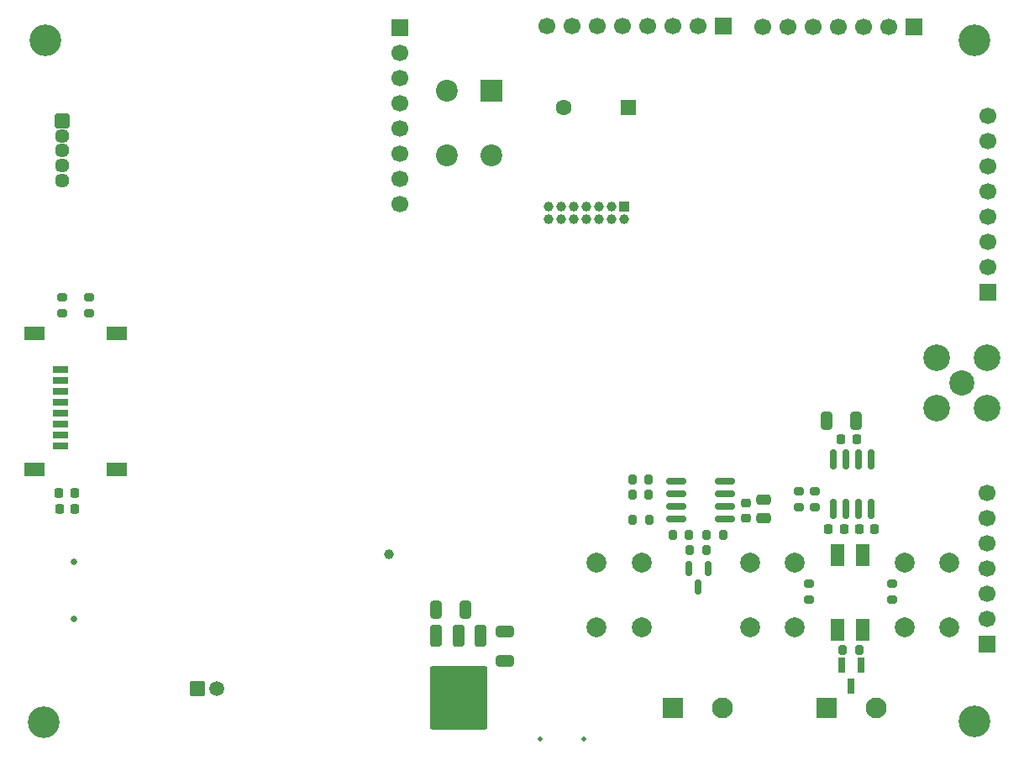
<source format=gbr>
%TF.GenerationSoftware,KiCad,Pcbnew,9.0.2*%
%TF.CreationDate,2025-09-08T10:53:28+03:00*%
%TF.ProjectId,OpenAirScope,4f70656e-4169-4725-9363-6f70652e6b69,v0-Draft*%
%TF.SameCoordinates,Original*%
%TF.FileFunction,Soldermask,Bot*%
%TF.FilePolarity,Negative*%
%FSLAX46Y46*%
G04 Gerber Fmt 4.6, Leading zero omitted, Abs format (unit mm)*
G04 Created by KiCad (PCBNEW 9.0.2) date 2025-09-08 10:53:28*
%MOMM*%
%LPD*%
G01*
G04 APERTURE LIST*
G04 Aperture macros list*
%AMRoundRect*
0 Rectangle with rounded corners*
0 $1 Rounding radius*
0 $2 $3 $4 $5 $6 $7 $8 $9 X,Y pos of 4 corners*
0 Add a 4 corners polygon primitive as box body*
4,1,4,$2,$3,$4,$5,$6,$7,$8,$9,$2,$3,0*
0 Add four circle primitives for the rounded corners*
1,1,$1+$1,$2,$3*
1,1,$1+$1,$4,$5*
1,1,$1+$1,$6,$7*
1,1,$1+$1,$8,$9*
0 Add four rect primitives between the rounded corners*
20,1,$1+$1,$2,$3,$4,$5,0*
20,1,$1+$1,$4,$5,$6,$7,0*
20,1,$1+$1,$6,$7,$8,$9,0*
20,1,$1+$1,$8,$9,$2,$3,0*%
G04 Aperture macros list end*
%ADD10C,2.000000*%
%ADD11C,3.200000*%
%ADD12R,1.700000X1.700000*%
%ADD13C,1.700000*%
%ADD14C,2.529000*%
%ADD15C,2.679000*%
%ADD16RoundRect,0.250001X-0.799999X-0.799999X0.799999X-0.799999X0.799999X0.799999X-0.799999X0.799999X0*%
%ADD17C,2.100000*%
%ADD18R,1.600000X1.600000*%
%ADD19C,1.600000*%
%ADD20RoundRect,0.102000X-0.654000X-0.654000X0.654000X-0.654000X0.654000X0.654000X-0.654000X0.654000X0*%
%ADD21C,1.512000*%
%ADD22C,0.650000*%
%ADD23C,0.500000*%
%ADD24R,1.000000X1.000000*%
%ADD25C,1.000000*%
%ADD26RoundRect,0.102000X-0.619000X0.619000X-0.619000X-0.619000X0.619000X-0.619000X0.619000X0.619000X0*%
%ADD27C,1.442000*%
%ADD28R,2.200000X2.200000*%
%ADD29C,2.200000*%
%ADD30RoundRect,0.225000X-0.225000X-0.250000X0.225000X-0.250000X0.225000X0.250000X-0.225000X0.250000X0*%
%ADD31RoundRect,0.250000X0.325000X0.650000X-0.325000X0.650000X-0.325000X-0.650000X0.325000X-0.650000X0*%
%ADD32RoundRect,0.200000X0.200000X0.275000X-0.200000X0.275000X-0.200000X-0.275000X0.200000X-0.275000X0*%
%ADD33RoundRect,0.200000X0.275000X-0.200000X0.275000X0.200000X-0.275000X0.200000X-0.275000X-0.200000X0*%
%ADD34RoundRect,0.070000X-0.300000X0.650000X-0.300000X-0.650000X0.300000X-0.650000X0.300000X0.650000X0*%
%ADD35RoundRect,0.250000X0.475000X-0.250000X0.475000X0.250000X-0.475000X0.250000X-0.475000X-0.250000X0*%
%ADD36RoundRect,0.150000X-0.825000X-0.150000X0.825000X-0.150000X0.825000X0.150000X-0.825000X0.150000X0*%
%ADD37RoundRect,0.250000X-0.650000X0.325000X-0.650000X-0.325000X0.650000X-0.325000X0.650000X0.325000X0*%
%ADD38RoundRect,0.225000X0.225000X0.250000X-0.225000X0.250000X-0.225000X-0.250000X0.225000X-0.250000X0*%
%ADD39RoundRect,0.250000X-0.325000X-0.650000X0.325000X-0.650000X0.325000X0.650000X-0.325000X0.650000X0*%
%ADD40RoundRect,0.150000X-0.150000X0.825000X-0.150000X-0.825000X0.150000X-0.825000X0.150000X0.825000X0*%
%ADD41RoundRect,0.225000X0.250000X-0.225000X0.250000X0.225000X-0.250000X0.225000X-0.250000X-0.225000X0*%
%ADD42RoundRect,0.150000X-0.150000X0.587500X-0.150000X-0.587500X0.150000X-0.587500X0.150000X0.587500X0*%
%ADD43RoundRect,0.102000X-0.600000X1.000000X-0.600000X-1.000000X0.600000X-1.000000X0.600000X1.000000X0*%
%ADD44RoundRect,0.250000X-0.350000X0.850000X-0.350000X-0.850000X0.350000X-0.850000X0.350000X0.850000X0*%
%ADD45RoundRect,0.249997X-2.650003X2.950003X-2.650003X-2.950003X2.650003X-2.950003X2.650003X2.950003X0*%
%ADD46RoundRect,0.200000X-0.275000X0.200000X-0.275000X-0.200000X0.275000X-0.200000X0.275000X0.200000X0*%
%ADD47R,1.500000X0.800000*%
%ADD48R,2.000000X1.450000*%
G04 APERTURE END LIST*
D10*
%TO.C,SW3*%
X156750000Y-133850000D03*
X156750000Y-127350000D03*
X161250000Y-133850000D03*
X161250000Y-127350000D03*
%TD*%
D11*
%TO.C,H2*%
X194840000Y-74650000D03*
%TD*%
D12*
%TO.C,J13*%
X196100000Y-135560000D03*
D13*
X196100000Y-133020000D03*
X196100000Y-130480000D03*
X196100000Y-127940000D03*
X196100000Y-125400000D03*
X196100000Y-122860000D03*
X196100000Y-120320000D03*
%TD*%
D14*
%TO.C,J6*%
X193520000Y-109220000D03*
D15*
X190980000Y-111760000D03*
X190980000Y-106680000D03*
X196060000Y-111760000D03*
X196060000Y-106680000D03*
%TD*%
D12*
%TO.C,J14*%
X169540000Y-73250000D03*
D13*
X167000000Y-73250000D03*
X164460000Y-73250000D03*
X161920000Y-73250000D03*
X159380000Y-73250000D03*
X156840000Y-73250000D03*
X154300000Y-73250000D03*
X151760000Y-73250000D03*
%TD*%
D16*
%TO.C,J8*%
X179900000Y-141950000D03*
D17*
X184900000Y-141950000D03*
%TD*%
D10*
%TO.C,SW5*%
X187750000Y-133850000D03*
X187750000Y-127350000D03*
X192250000Y-133850000D03*
X192250000Y-127350000D03*
%TD*%
D11*
%TO.C,H1*%
X194840000Y-143330000D03*
%TD*%
D18*
%TO.C,BZ1*%
X159920000Y-81450000D03*
D19*
X153420000Y-81450000D03*
%TD*%
D20*
%TO.C,J2*%
X116490000Y-140007500D03*
D21*
X118490000Y-140007500D03*
%TD*%
D12*
%TO.C,J5*%
X136880000Y-73360000D03*
D13*
X136880000Y-75900000D03*
X136880000Y-78440000D03*
X136880000Y-80980000D03*
X136880000Y-83520000D03*
X136880000Y-86060000D03*
X136880000Y-88600000D03*
X136880000Y-91140000D03*
%TD*%
D11*
%TO.C,H3*%
X101160000Y-74650000D03*
%TD*%
D22*
%TO.C,J1*%
X104050000Y-127185000D03*
X104050000Y-132965000D03*
%TD*%
D11*
%TO.C,H4*%
X101010000Y-143360000D03*
%TD*%
D23*
%TO.C,MK2*%
X155410000Y-145120000D03*
%TD*%
D12*
%TO.C,J4*%
X196150000Y-100020000D03*
D13*
X196150000Y-97480000D03*
X196150000Y-94940000D03*
X196150000Y-92400000D03*
X196150000Y-89860000D03*
X196150000Y-87320000D03*
X196150000Y-84780000D03*
X196150000Y-82240000D03*
%TD*%
D23*
%TO.C,MK1*%
X151010000Y-145132000D03*
%TD*%
D10*
%TO.C,SW4*%
X172200000Y-133850000D03*
X172200000Y-127350000D03*
X176700000Y-133850000D03*
X176700000Y-127350000D03*
%TD*%
D24*
%TO.C,J3*%
X159480000Y-91410000D03*
D25*
X159480000Y-92680000D03*
X158210000Y-91410000D03*
X158210000Y-92680000D03*
X156940000Y-91410000D03*
X156940000Y-92680000D03*
X155670000Y-91410000D03*
X155670000Y-92680000D03*
X154400000Y-91410000D03*
X154400000Y-92680000D03*
X153130000Y-91410000D03*
X153130000Y-92680000D03*
X151860000Y-91410000D03*
X151860000Y-92680000D03*
%TD*%
D26*
%TO.C,J10*%
X102850000Y-82767500D03*
D27*
X102850000Y-84267500D03*
X102850000Y-85767500D03*
X102850000Y-87267500D03*
X102850000Y-88767500D03*
%TD*%
D28*
%TO.C,S1*%
X146120000Y-79740000D03*
D29*
X146120000Y-86240000D03*
X141620000Y-79740000D03*
X141620000Y-86240000D03*
%TD*%
D12*
%TO.C,J7*%
X188710000Y-73260000D03*
D13*
X186170000Y-73260000D03*
X183630000Y-73260000D03*
X181090000Y-73260000D03*
X178550000Y-73260000D03*
X176010000Y-73260000D03*
X173470000Y-73260000D03*
%TD*%
D16*
%TO.C,J9*%
X164440000Y-141917500D03*
D17*
X169440000Y-141917500D03*
%TD*%
D30*
%TO.C,C75*%
X102600000Y-121850000D03*
X104150000Y-121850000D03*
%TD*%
D31*
%TO.C,C57*%
X182875000Y-112967618D03*
X179925000Y-112967618D03*
%TD*%
D32*
%TO.C,R40*%
X167775000Y-126000000D03*
X166125000Y-126000000D03*
%TD*%
D33*
%TO.C,R46*%
X105562070Y-102180641D03*
X105562070Y-100530641D03*
%TD*%
D34*
%TO.C,D6*%
X181460000Y-137650000D03*
X183360000Y-137650000D03*
X182410000Y-139750000D03*
%TD*%
D32*
%TO.C,R37*%
X161975000Y-118950000D03*
X160325000Y-118950000D03*
%TD*%
D25*
%TO.C,TP16*%
X135770000Y-126470000D03*
%TD*%
D30*
%TO.C,C76*%
X102570000Y-120310000D03*
X104120000Y-120310000D03*
%TD*%
D32*
%TO.C,R36*%
X161975000Y-120450000D03*
X160325000Y-120450000D03*
%TD*%
%TO.C,R32*%
X183205000Y-136090000D03*
X181555000Y-136090000D03*
%TD*%
D35*
%TO.C,C60*%
X173600000Y-122850000D03*
X173600000Y-120950000D03*
%TD*%
D36*
%TO.C,U10*%
X164725000Y-122905000D03*
X164725000Y-121635000D03*
X164725000Y-120365000D03*
X164725000Y-119095000D03*
X169675000Y-119095000D03*
X169675000Y-120365000D03*
X169675000Y-121635000D03*
X169675000Y-122905000D03*
%TD*%
D37*
%TO.C,C19*%
X147530000Y-134225000D03*
X147530000Y-137175000D03*
%TD*%
D38*
%TO.C,C58*%
X182925000Y-114867618D03*
X181375000Y-114867618D03*
%TD*%
D39*
%TO.C,C18*%
X140575000Y-132070000D03*
X143525000Y-132070000D03*
%TD*%
D32*
%TO.C,R33*%
X166050000Y-124500000D03*
X164400000Y-124500000D03*
%TD*%
%TO.C,R41*%
X169475000Y-124500000D03*
X167825000Y-124500000D03*
%TD*%
D33*
%TO.C,R39*%
X186490000Y-131040000D03*
X186490000Y-129390000D03*
%TD*%
D40*
%TO.C,U9*%
X180595000Y-116925000D03*
X181865000Y-116925000D03*
X183135000Y-116925000D03*
X184405000Y-116925000D03*
X184405000Y-121875000D03*
X183135000Y-121875000D03*
X181865000Y-121875000D03*
X180595000Y-121875000D03*
%TD*%
D41*
%TO.C,C61*%
X171750000Y-122825000D03*
X171750000Y-121275000D03*
%TD*%
D42*
%TO.C,D7*%
X166050000Y-127862500D03*
X167950000Y-127862500D03*
X167000000Y-129737500D03*
%TD*%
D33*
%TO.C,R45*%
X102876209Y-102206618D03*
X102876209Y-100556618D03*
%TD*%
D43*
%TO.C,L3*%
X181030000Y-126543250D03*
X183570000Y-126543250D03*
X183570000Y-134043250D03*
X181030000Y-134043250D03*
%TD*%
D44*
%TO.C,U4*%
X140515000Y-134675000D03*
X142795000Y-134675000D03*
D45*
X142795000Y-140975000D03*
D44*
X145075000Y-134675000D03*
%TD*%
D46*
%TO.C,R38*%
X178700000Y-120075000D03*
X178700000Y-121725000D03*
%TD*%
D33*
%TO.C,R31*%
X178140000Y-131040000D03*
X178140000Y-129390000D03*
%TD*%
D38*
%TO.C,C59*%
X181675000Y-123900000D03*
X180125000Y-123900000D03*
%TD*%
D32*
%TO.C,R35*%
X162025000Y-123000000D03*
X160375000Y-123000000D03*
%TD*%
D47*
%TO.C,J11*%
X102665000Y-107865000D03*
X102665000Y-108965000D03*
X102665000Y-110065000D03*
X102665000Y-111165000D03*
X102665000Y-112265000D03*
X102665000Y-113365000D03*
X102665000Y-114465000D03*
X102665000Y-115565000D03*
D48*
X108365000Y-104190000D03*
X100065000Y-104190000D03*
X108365000Y-117940000D03*
X100065000Y-117940000D03*
%TD*%
D33*
%TO.C,R34*%
X177100000Y-121725000D03*
X177100000Y-120075000D03*
%TD*%
D38*
%TO.C,C62*%
X184775000Y-123900000D03*
X183225000Y-123900000D03*
%TD*%
M02*

</source>
